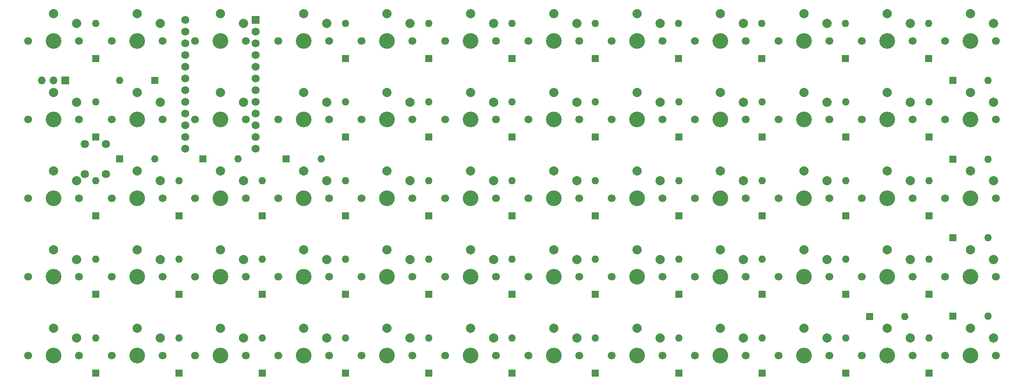
<source format=gts>
G04 #@! TF.GenerationSoftware,KiCad,Pcbnew,7.0.1*
G04 #@! TF.CreationDate,2023-04-06T14:22:37+02:00*
G04 #@! TF.ProjectId,velociraptor,76656c6f-6369-4726-9170-746f722e6b69,rev?*
G04 #@! TF.SameCoordinates,Original*
G04 #@! TF.FileFunction,Soldermask,Top*
G04 #@! TF.FilePolarity,Negative*
%FSLAX46Y46*%
G04 Gerber Fmt 4.6, Leading zero omitted, Abs format (unit mm)*
G04 Created by KiCad (PCBNEW 7.0.1) date 2023-04-06 14:22:37*
%MOMM*%
%LPD*%
G01*
G04 APERTURE LIST*
%ADD10R,1.600000X1.600000*%
%ADD11O,1.600000X1.600000*%
%ADD12C,1.700000*%
%ADD13C,3.400000*%
%ADD14C,2.000000*%
%ADD15R,1.700000X1.700000*%
%ADD16O,1.700000X1.700000*%
%ADD17C,1.800000*%
%ADD18R,1.752600X1.752600*%
%ADD19C,1.752600*%
G04 APERTURE END LIST*
D10*
X64816199Y-43230000D03*
D11*
X57196199Y-43230000D03*
D12*
X210941239Y-85887500D03*
D13*
X205441239Y-85887500D03*
D12*
X199941239Y-85887500D03*
D14*
X205441239Y-79987500D03*
X210441239Y-82087500D03*
D10*
X232525000Y-38510000D03*
D11*
X232525000Y-30890000D03*
D12*
X66506199Y-85887500D03*
D13*
X61006199Y-85887500D03*
D12*
X55506199Y-85887500D03*
D14*
X61006199Y-79987500D03*
X66006199Y-82087500D03*
D15*
X45476819Y-43250000D03*
D16*
X42936819Y-43250000D03*
X40396819Y-43250000D03*
D10*
X232549999Y-72635000D03*
D11*
X232549999Y-65015000D03*
D12*
X156778099Y-34700000D03*
D13*
X151278099Y-34700000D03*
D12*
X145778099Y-34700000D03*
D14*
X151278099Y-28800000D03*
X156278099Y-30900000D03*
D10*
X196400000Y-72635000D03*
D11*
X196400000Y-65015000D03*
D10*
X232549999Y-106760000D03*
D11*
X232549999Y-99140000D03*
D12*
X247049999Y-85887500D03*
D13*
X241549999Y-85887500D03*
D12*
X236049999Y-85887500D03*
D14*
X241549999Y-79987500D03*
X246549999Y-82087500D03*
D10*
X106169339Y-55572500D03*
D11*
X106169339Y-47952500D03*
D12*
X156778099Y-51762500D03*
D13*
X151278099Y-51762500D03*
D12*
X145778099Y-51762500D03*
D14*
X151278099Y-45862500D03*
X156278099Y-47962500D03*
D10*
X160300000Y-89697500D03*
D11*
X160300000Y-82077500D03*
D10*
X142250000Y-89697500D03*
D11*
X142250000Y-82077500D03*
D12*
X102614959Y-51762500D03*
D13*
X97114959Y-51762500D03*
D12*
X91614959Y-51762500D03*
D14*
X97114959Y-45862500D03*
X102114959Y-47962500D03*
D12*
X138723719Y-102950000D03*
D13*
X133223719Y-102950000D03*
D12*
X127723719Y-102950000D03*
D14*
X133223719Y-97050000D03*
X138223719Y-99150000D03*
D12*
X138723719Y-85887500D03*
D13*
X133223719Y-85887500D03*
D12*
X127723719Y-85887500D03*
D14*
X133223719Y-79987500D03*
X138223719Y-82087500D03*
D10*
X106125000Y-38510000D03*
D11*
X106125000Y-30890000D03*
D12*
X156778099Y-85887500D03*
D13*
X151278099Y-85887500D03*
D12*
X145778099Y-85887500D03*
D14*
X151278099Y-79987500D03*
X156278099Y-82087500D03*
D12*
X174832479Y-51762500D03*
D13*
X169332479Y-51762500D03*
D12*
X163832479Y-51762500D03*
D14*
X169332479Y-45862500D03*
X174332479Y-47962500D03*
D12*
X120669339Y-51762500D03*
D13*
X115169339Y-51762500D03*
D12*
X109669339Y-51762500D03*
D14*
X115169339Y-45862500D03*
X120169339Y-47962500D03*
D10*
X124200000Y-89697500D03*
D11*
X124200000Y-82077500D03*
D12*
X174832479Y-85887500D03*
D13*
X169332479Y-85887500D03*
D12*
X163832479Y-85887500D03*
D14*
X169332479Y-79987500D03*
X174332479Y-82087500D03*
D10*
X124200000Y-106760000D03*
D11*
X124200000Y-99140000D03*
D10*
X178350000Y-106760000D03*
D11*
X178350000Y-99140000D03*
D12*
X66506199Y-68825000D03*
D13*
X61006199Y-68825000D03*
D12*
X55506199Y-68825000D03*
D14*
X61006199Y-62925000D03*
X66006199Y-65025000D03*
D12*
X192886859Y-51762500D03*
D13*
X187386859Y-51762500D03*
D12*
X181886859Y-51762500D03*
D14*
X187386859Y-45862500D03*
X192386859Y-47962500D03*
D10*
X214425000Y-38510000D03*
D11*
X214425000Y-30890000D03*
D10*
X237739999Y-94425000D03*
D11*
X245359999Y-94425000D03*
D10*
X70060579Y-106760000D03*
D11*
X70060579Y-99140000D03*
D12*
X174832479Y-34700000D03*
D13*
X169332479Y-34700000D03*
D12*
X163832479Y-34700000D03*
D14*
X169332479Y-28800000D03*
X174332479Y-30900000D03*
D10*
X196400000Y-89697500D03*
D11*
X196400000Y-82077500D03*
D12*
X120669339Y-34700000D03*
D13*
X115169339Y-34700000D03*
D12*
X109669339Y-34700000D03*
D14*
X115169339Y-28800000D03*
X120169339Y-30900000D03*
D12*
X192886859Y-85887500D03*
D13*
X187386859Y-85887500D03*
D12*
X181886859Y-85887500D03*
D14*
X187386859Y-79987500D03*
X192386859Y-82087500D03*
D10*
X70060579Y-89697500D03*
D11*
X70060579Y-82077500D03*
D10*
X178350000Y-72635000D03*
D11*
X178350000Y-65015000D03*
D10*
X142225000Y-38510000D03*
D11*
X142225000Y-30890000D03*
D10*
X196375000Y-38510000D03*
D11*
X196375000Y-30890000D03*
D10*
X57196199Y-60300000D03*
D11*
X64816199Y-60300000D03*
D12*
X84560579Y-68825000D03*
D13*
X79060579Y-68825000D03*
D12*
X73560579Y-68825000D03*
D14*
X79060579Y-62925000D03*
X84060579Y-65025000D03*
D12*
X228995619Y-68825000D03*
D13*
X223495619Y-68825000D03*
D12*
X217995619Y-68825000D03*
D14*
X223495619Y-62925000D03*
X228495619Y-65025000D03*
D10*
X219685619Y-94475000D03*
D11*
X227305619Y-94475000D03*
D12*
X156778099Y-102950000D03*
D13*
X151278099Y-102950000D03*
D12*
X145778099Y-102950000D03*
D14*
X151278099Y-97050000D03*
X156278099Y-99150000D03*
D10*
X52050000Y-72635000D03*
D11*
X52050000Y-65015000D03*
D10*
X214500000Y-89697500D03*
D11*
X214500000Y-82077500D03*
D12*
X228995619Y-102950000D03*
D13*
X223495619Y-102950000D03*
D12*
X217995619Y-102950000D03*
D14*
X223495619Y-97050000D03*
X228495619Y-99150000D03*
D10*
X237739999Y-60325000D03*
D11*
X245359999Y-60325000D03*
D12*
X138723719Y-34700000D03*
D13*
X133223719Y-34700000D03*
D12*
X127723719Y-34700000D03*
D14*
X133223719Y-28800000D03*
X138223719Y-30900000D03*
D12*
X228995619Y-34700000D03*
D13*
X223495619Y-34700000D03*
D12*
X217995619Y-34700000D03*
D14*
X223495619Y-28800000D03*
X228495619Y-30900000D03*
D12*
X210941239Y-34700000D03*
D13*
X205441239Y-34700000D03*
D12*
X199941239Y-34700000D03*
D14*
X205441239Y-28800000D03*
X210441239Y-30900000D03*
D12*
X66506199Y-34700000D03*
D13*
X61006199Y-34700000D03*
D12*
X55506199Y-34700000D03*
D14*
X61006199Y-28800000D03*
X66006199Y-30900000D03*
D12*
X84560579Y-102950000D03*
D13*
X79060579Y-102950000D03*
D12*
X73560579Y-102950000D03*
D14*
X79060579Y-97050000D03*
X84060579Y-99150000D03*
D10*
X124194339Y-38510000D03*
D11*
X124194339Y-30890000D03*
D10*
X106169339Y-106760000D03*
D11*
X106169339Y-99140000D03*
D12*
X84560579Y-85887500D03*
D13*
X79060579Y-85887500D03*
D12*
X73560579Y-85887500D03*
D14*
X79060579Y-79987500D03*
X84060579Y-82087500D03*
D12*
X120669339Y-68825000D03*
D13*
X115169339Y-68825000D03*
D12*
X109669339Y-68825000D03*
D14*
X115169339Y-62925000D03*
X120169339Y-65025000D03*
D12*
X66506199Y-51762500D03*
D13*
X61006199Y-51762500D03*
D12*
X55506199Y-51762500D03*
D14*
X61006199Y-45862500D03*
X66006199Y-47962500D03*
D12*
X210941239Y-102950000D03*
D13*
X205441239Y-102950000D03*
D12*
X199941239Y-102950000D03*
D14*
X205441239Y-97050000D03*
X210441239Y-99150000D03*
D12*
X48451819Y-85887500D03*
D13*
X42951819Y-85887500D03*
D12*
X37451819Y-85887500D03*
D14*
X42951819Y-79987500D03*
X47951819Y-82087500D03*
D10*
X214500000Y-55572500D03*
D11*
X214500000Y-47952500D03*
D10*
X52050000Y-55572500D03*
D11*
X52050000Y-47952500D03*
D12*
X247049999Y-34700000D03*
D13*
X241549999Y-34700000D03*
D12*
X236049999Y-34700000D03*
D14*
X241549999Y-28800000D03*
X246549999Y-30900000D03*
D12*
X48451819Y-34700000D03*
D13*
X42951819Y-34700000D03*
D12*
X37451819Y-34700000D03*
D14*
X42951819Y-28800000D03*
X47951819Y-30900000D03*
D10*
X52050000Y-106760000D03*
D11*
X52050000Y-99140000D03*
D10*
X178350000Y-55572500D03*
D11*
X178350000Y-47952500D03*
D12*
X120669339Y-85887500D03*
D13*
X115169339Y-85887500D03*
D12*
X109669339Y-85887500D03*
D14*
X115169339Y-79987500D03*
X120169339Y-82087500D03*
D10*
X160300000Y-72635000D03*
D11*
X160300000Y-65015000D03*
D10*
X93304959Y-60300000D03*
D11*
X100924959Y-60300000D03*
D12*
X228995619Y-85887500D03*
D13*
X223495619Y-85887500D03*
D12*
X217995619Y-85887500D03*
D14*
X223495619Y-79987500D03*
X228495619Y-82087500D03*
D12*
X210941239Y-68825000D03*
D13*
X205441239Y-68825000D03*
D12*
X199941239Y-68825000D03*
D14*
X205441239Y-62925000D03*
X210441239Y-65025000D03*
D10*
X142250000Y-72635000D03*
D11*
X142250000Y-65015000D03*
D10*
X70060579Y-72635000D03*
D11*
X70060579Y-65015000D03*
D10*
X88100000Y-106760000D03*
D11*
X88100000Y-99140000D03*
D10*
X196400000Y-55572500D03*
D11*
X196400000Y-47952500D03*
D10*
X142250000Y-106760000D03*
D11*
X142250000Y-99140000D03*
D10*
X75250579Y-60300000D03*
D11*
X82870579Y-60300000D03*
D12*
X247049999Y-68825000D03*
D13*
X241549999Y-68825000D03*
D12*
X236049999Y-68825000D03*
D14*
X241549999Y-62925000D03*
X246549999Y-65025000D03*
D12*
X192886859Y-34700000D03*
D13*
X187386859Y-34700000D03*
D12*
X181886859Y-34700000D03*
D14*
X187386859Y-28800000D03*
X192386859Y-30900000D03*
D10*
X52050000Y-89697500D03*
D11*
X52050000Y-82077500D03*
D10*
X178325000Y-38510000D03*
D11*
X178325000Y-30890000D03*
D12*
X247049999Y-51762500D03*
D13*
X241549999Y-51762500D03*
D12*
X236049999Y-51762500D03*
D14*
X241549999Y-45862500D03*
X246549999Y-47962500D03*
D12*
X48451819Y-68825000D03*
D13*
X42951819Y-68825000D03*
D12*
X37451819Y-68825000D03*
D14*
X42951819Y-62925000D03*
X47951819Y-65025000D03*
D12*
X102614959Y-34700000D03*
D13*
X97114959Y-34700000D03*
D12*
X91614959Y-34700000D03*
D14*
X97114959Y-28800000D03*
X102114959Y-30900000D03*
D12*
X156778099Y-68825000D03*
D13*
X151278099Y-68825000D03*
D12*
X145778099Y-68825000D03*
D14*
X151278099Y-62925000D03*
X156278099Y-65025000D03*
D12*
X66506199Y-102950000D03*
D13*
X61006199Y-102950000D03*
D12*
X55506199Y-102950000D03*
D14*
X61006199Y-97050000D03*
X66006199Y-99150000D03*
D12*
X48451819Y-102950000D03*
D13*
X42951819Y-102950000D03*
D12*
X37451819Y-102950000D03*
D14*
X42951819Y-97050000D03*
X47951819Y-99150000D03*
D12*
X138723719Y-68825000D03*
D13*
X133223719Y-68825000D03*
D12*
X127723719Y-68825000D03*
D14*
X133223719Y-62925000D03*
X138223719Y-65025000D03*
D10*
X124200000Y-72635000D03*
D11*
X124200000Y-65015000D03*
D12*
X192886859Y-68825000D03*
D13*
X187386859Y-68825000D03*
D12*
X181886859Y-68825000D03*
D14*
X187386859Y-62925000D03*
X192386859Y-65025000D03*
D12*
X138723719Y-51762500D03*
D13*
X133223719Y-51762500D03*
D12*
X127723719Y-51762500D03*
D14*
X133223719Y-45862500D03*
X138223719Y-47962500D03*
D10*
X124200000Y-55572500D03*
D11*
X124200000Y-47952500D03*
D12*
X247049999Y-102950000D03*
D13*
X241549999Y-102950000D03*
D12*
X236049999Y-102950000D03*
D14*
X241549999Y-97050000D03*
X246549999Y-99150000D03*
D10*
X160300000Y-55572500D03*
D11*
X160300000Y-47952500D03*
D10*
X214500000Y-106760000D03*
D11*
X214500000Y-99140000D03*
D10*
X214500000Y-72635000D03*
D11*
X214500000Y-65015000D03*
D10*
X106169339Y-89697500D03*
D11*
X106169339Y-82077500D03*
D10*
X88100000Y-72635000D03*
D11*
X88100000Y-65015000D03*
D12*
X102614959Y-85887500D03*
D13*
X97114959Y-85887500D03*
D12*
X91614959Y-85887500D03*
D14*
X97114959Y-79987500D03*
X102114959Y-82087500D03*
D10*
X237739999Y-77387500D03*
D11*
X245359999Y-77387500D03*
D12*
X120669339Y-102950000D03*
D13*
X115169339Y-102950000D03*
D12*
X109669339Y-102950000D03*
D14*
X115169339Y-97050000D03*
X120169339Y-99150000D03*
D10*
X160275000Y-38510000D03*
D11*
X160275000Y-30890000D03*
D10*
X160300000Y-106760000D03*
D11*
X160300000Y-99140000D03*
D10*
X52050000Y-38510000D03*
D11*
X52050000Y-30890000D03*
D10*
X196400000Y-106760000D03*
D11*
X196400000Y-99140000D03*
D10*
X237739999Y-43225000D03*
D11*
X245359999Y-43225000D03*
D10*
X106169339Y-72635000D03*
D11*
X106169339Y-65015000D03*
D10*
X88100000Y-89697500D03*
D11*
X88100000Y-82077500D03*
D10*
X142250000Y-55572500D03*
D11*
X142250000Y-47952500D03*
D12*
X102614959Y-68825000D03*
D13*
X97114959Y-68825000D03*
D12*
X91614959Y-68825000D03*
D14*
X97114959Y-62925000D03*
X102114959Y-65025000D03*
D12*
X174832479Y-102950000D03*
D13*
X169332479Y-102950000D03*
D12*
X163832479Y-102950000D03*
D14*
X169332479Y-97050000D03*
X174332479Y-99150000D03*
D10*
X232549999Y-55572500D03*
D11*
X232549999Y-47952500D03*
D10*
X178350000Y-89697500D03*
D11*
X178350000Y-82077500D03*
D12*
X228995619Y-51762500D03*
D13*
X223495619Y-51762500D03*
D12*
X217995619Y-51762500D03*
D14*
X223495619Y-45862500D03*
X228495619Y-47962500D03*
D10*
X232549999Y-89697500D03*
D11*
X232549999Y-82077500D03*
D12*
X48451819Y-51762500D03*
D13*
X42951819Y-51762500D03*
D12*
X37451819Y-51762500D03*
D14*
X42951819Y-45862500D03*
X47951819Y-47962500D03*
D12*
X192886859Y-102950000D03*
D13*
X187386859Y-102950000D03*
D12*
X181886859Y-102950000D03*
D14*
X187386859Y-97050000D03*
X192386859Y-99150000D03*
D12*
X84560579Y-51762500D03*
D13*
X79060579Y-51762500D03*
D12*
X73560579Y-51762500D03*
D14*
X79060579Y-45862500D03*
X84060579Y-47962500D03*
D12*
X102614959Y-102950000D03*
D13*
X97114959Y-102950000D03*
D12*
X91614959Y-102950000D03*
D14*
X97114959Y-97050000D03*
X102114959Y-99150000D03*
D12*
X84560579Y-34700000D03*
D13*
X79060579Y-34700000D03*
D12*
X73560579Y-34700000D03*
D14*
X79060579Y-28800000D03*
X84060579Y-30900000D03*
D12*
X210941239Y-51762500D03*
D13*
X205441239Y-51762500D03*
D12*
X199941239Y-51762500D03*
D14*
X205441239Y-45862500D03*
X210441239Y-47962500D03*
D12*
X174832479Y-68825000D03*
D13*
X169332479Y-68825000D03*
D12*
X163832479Y-68825000D03*
D14*
X169332479Y-62925000D03*
X174332479Y-65025000D03*
D17*
X54229009Y-57043750D03*
X49729009Y-63543750D03*
X49729009Y-57043750D03*
X54229009Y-63543750D03*
D18*
X86680579Y-30116750D03*
D19*
X86680579Y-32656750D03*
X86680579Y-35196750D03*
X86680579Y-37736750D03*
X86680579Y-40276750D03*
X86680579Y-42816750D03*
X86680579Y-45356750D03*
X86680579Y-47896750D03*
X86680579Y-50436750D03*
X86680579Y-52976750D03*
X86680579Y-55516750D03*
X86680579Y-58056750D03*
X71440579Y-58056750D03*
X71440579Y-55516750D03*
X71440579Y-52976750D03*
X71440579Y-50436750D03*
X71440579Y-47896750D03*
X71440579Y-45356750D03*
X71440579Y-42816750D03*
X71440579Y-40276750D03*
X71440579Y-37736750D03*
X71440579Y-35196750D03*
X71440579Y-32656750D03*
X71440579Y-30116750D03*
M02*

</source>
